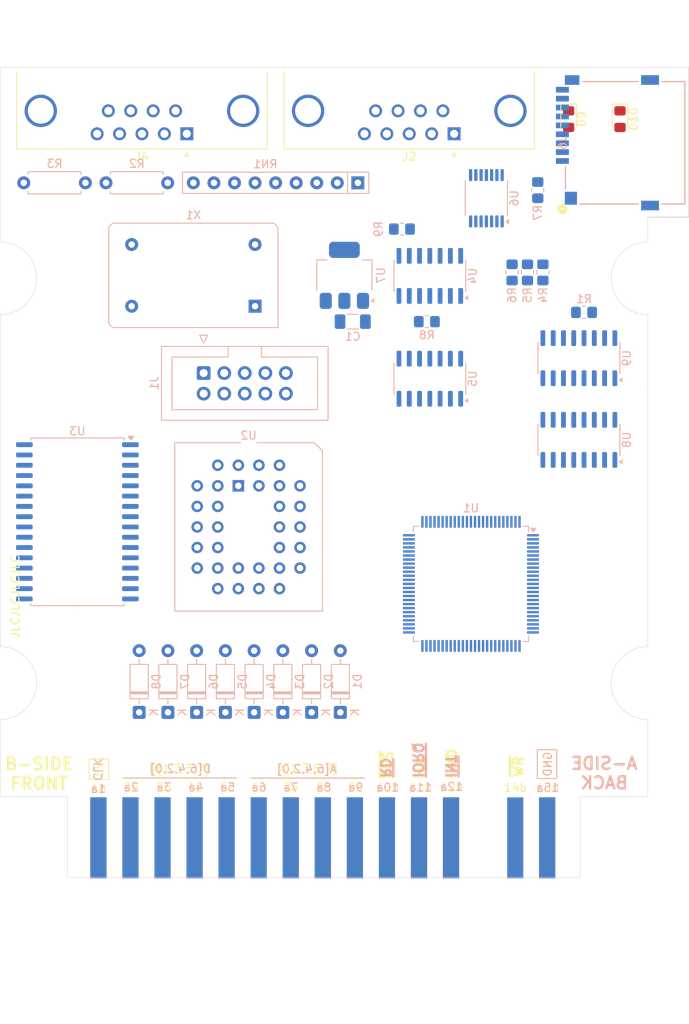
<source format=kicad_pcb>
(kicad_pcb (version 20241229) (generator "pcbnew") (generator_version "9.0")
  (layers (0 "F.Cu" signal) (2 "B.Cu" signal) (13 "F.Paste" user) (15 "B.Paste" user) (5 "F.SilkS" user "F.Silkscreen") (7 "B.SilkS" user "B.Silkscreen") (1 "F.Mask" user) (3 "B.Mask" user) (25 "Edge.Cuts" user))
  (net 0 "")
  (net 1 "VCC")
  (net 2 "CA0")
  (net 3 "~{RES}")
  (net 4 "D0")
  (net 5 "GND")
  (net 6 "D3")
  (net 7 "D2")
  (net 8 "CA3")
  (net 9 "D1")
  (net 10 "CA1")
  (net 11 "CA2")
  (net 12 "CA4")
  (net 13 "D5")
  (net 14 "D7")
  (net 15 "D4")
  (net 16 "CA11")
  (net 17 "CA7")
  (net 18 "CA6")
  (net 19 "CA8")
  (net 20 "CA9")
  (net 21 "CA15")
  (net 22 "~{WR}")
  (net 23 "CA5")
  (net 24 "D6")
  (net 25 "CA10")
  (net 26 "CA12")
  (net 27 "CA13")
  (net 28 "~{RD}")
  (net 29 "CA14")
  (net 30 "~{CS}")
  (net 31 "A5")
  (net 32 "A7")
  (net 33 "~{IORQ}")
  (net 34 "A4")
  (net 35 "A2")
  (net 36 "A1")
  (net 37 "CLK")
  (net 38 "~{CLK}")
  (net 39 "~{SER_WR}")
  (net 40 "~{SER_RD}")
  (net 41 "ROM16")
  (net 42 "LED_SEL")
  (net 43 "A3")
  (net 44 "16MHz")
  (net 45 "MISO")
  (net 46 "MOSI")
  (net 47 "A6")
  (net 48 "A0")
  (net 49 "RAM16")
  (net 50 "+3V3")
  (net 51 "SCK_LLS")
  (net 52 "D0_LLS")
  (net 53 "DI_LLS")
  (net 54 "CS_LLS")
  (net 57 "JD0")
  (net 58 "JD1")
  (net 59 "JD2")
  (net 60 "JD3")
  (net 61 "JD4")
  (net 62 "JD5")
  (net 63 "JD6")
  (net 64 "JD7")
  (net 65 "Net-(D9-A)")
  (net 66 "Net-(D10-A)")
  (net 67 "TCK")
  (net 70 "TDI")
  (net 71 "TMS")
  (net 79 "Net-(R1-Pad2)")
  (net 80 "~{P2_RIGHT}")
  (net 81 "~{P2_FIRE}")
  (net 82 "Net-(R4-Pad2)")
  (net 83 "Net-(R5-Pad2)")
  (net 84 "Net-(R6-Pad2)")
  (net 85 "Net-(R7-Pad2)")
  (net 86 "Net-(U4A-Q)")
  (net 87 "Net-(U4B-Q)")
  (net 88 "~{P2_LEFT}")
  (net 89 "~{P1_FIRE}")
  (net 90 "~{P1_DOWN}")
  (net 91 "~{P1_UP}")
  (net 92 "~{P2_UP}")
  (net 93 "~{P2_DOWN}")
  (net 94 "~{P1_RIGHT}")
  (net 95 "~{P1_LEFT}")
  (net 98 "~{RAMCS}")
  (net 102 "~{ROMCS}")
  (footprint "components:p2000t_cartridge_edge" (layer "F.Cu") (at 61.71 115.824)
    (property "Reference" "J5")
    (property "Value" "P2000T Port 2")
    (pad "1a" smd rect (at -27.72 0) (size 2 10) (layers "F.Cu" "F.Mask" "F.Paste"))
    (pad "1b" smd rect (at -27.72 0) (size 2 10) (layers "B.Cu" "B.Mask" "B.Paste") (net 1 "VCC"))
    (pad "2a" smd rect (at -23.76 0) (size 2 10) (layers "F.Cu" "F.Mask" "F.Paste") (net 4 "D0"))
    (pad "2b" smd rect (at -23.76 0) (size 2 10) (layers "B.Cu" "B.Mask" "B.Paste") (net 9 "D1"))
    (pad "3a" smd rect (at -19.8 0) (size 2 10) (layers "F.Cu" "F.Mask" "F.Paste") (net 7 "D2"))
    (pad "3b" smd rect (at -19.8 0) (size 2 10) (layers "B.Cu" "B.Mask" "B.Paste") (net 6 "D3"))
    (pad "4a" smd rect (at -15.84 0) (size 2 10) (layers "F.Cu" "F.Mask" "F.Paste") (net 15 "D4"))
    (pad "4b" smd rect (at -15.84 0) (size 2 10) (layers "B.Cu" "B.Mask" "B.Paste") (net 13 "D5"))
    (pad "5a" smd rect (at -11.88 0) (size 2 10) (layers "F.Cu" "F.Mask" "F.Paste") (net 24 "D6"))
    (pad "5b" smd rect (at -11.88 0) (size 2 10) (layers "B.Cu" "B.Mask" "B.Paste") (net 14 "D7"))
    (pad "6a" smd rect (at -7.92 0) (size 2 10) (layers "F.Cu" "F.Mask" "F.Paste") (net 48 "A0"))
    (pad "6b" smd rect (at -7.92 0) (size 2 10) (layers "B.Cu" "B.Mask" "B.Paste") (net 36 "A1"))
    (pad "7a" smd rect (at -3.96 0) (size 2 10) (layers "F.Cu" "F.Mask" "F.Paste") (net 35 "A2"))
    (pad "7b" smd rect (at -3.96 0) (size 2 10) (layers "B.Cu" "B.Mask" "B.Paste") (net 43 "A3"))
    (pad "8a" smd rect (at 0 0) (size 2 10) (layers "F.Cu" "F.Mask" "F.Paste") (net 34 "A4"))
    (pad "8b" smd rect (at 0 0) (size 2 10) (layers "B.Cu" "B.Mask" "B.Paste") (net 31 "A5"))
    (pad "9a" smd rect (at 3.96 0) (size 2 10) (layers "F.Cu" "F.Mask" "F.Paste") (net 47 "A6"))
    (pad "9b" smd rect (at 3.96 0) (size 2 10) (layers "B.Cu" "B.Mask" "B.Paste") (net 32 "A7"))
    (pad "10a" smd rect (at 7.92 0) (size 2 10) (layers "F.Cu" "F.Mask" "F.Paste") (net 28 "~{RD}"))
    (pad "10b" smd rect (at 7.92 0) (size 2 10) (layers "B.Cu" "B.Mask" "B.Paste") (net 3 "~{RES}"))
    (pad "11a" smd rect (at 11.88 0) (size 2 10) (layers "F.Cu" "F.Mask" "F.Paste") (net 33 "~{IORQ}"))
    (pad "11b" smd rect (at 11.88 0) (size 2 10) (layers "B.Cu" "B.Mask" "B.Paste"))
    (pad "12a" smd rect (at 15.84 0) (size 2 10) (layers "F.Cu" "F.Mask" "F.Paste"))
    (pad "12b" smd rect (at 15.84 0) (size 2 10) (layers "B.Cu" "B.Mask" "B.Paste") (net 5 "GND"))
    (pad "14b" smd rect (at 23.7744 0) (size 2 10) (layers "B.Cu" "B.Mask" "B.Paste") (net 22 "~{WR}"))
    (pad "15a" smd rect (at 27.72 0) (size 2 10) (layers "F.Cu" "F.Mask" "F.Paste") (net 5 "GND"))
    (pad "15b" smd rect (at 27.72 0) (size 2 10) (layers "B.Cu" "B.Mask" "B.Paste") (net 5 "GND"))
  )
  (footprint "LED_SMD:LED_0805_2012Metric_Pad1.15x1.40mm_HandSolder" (layer "F.Cu") (at 98.425 27.06 -90)
    (property "Reference" "D10" (at 0 -1.65 90) (layer "F.SilkS"))
    (property "Value" "WRITE")
    (pad "1" smd roundrect (at -1.025 0 270) (size 1.15 1.4) (layers "F.Cu" "F.Mask" "F.Paste") (roundrect_rratio 0.217391) (net 5 "GND"))
    (pad "2" smd roundrect (at 1.025 0 270) (size 1.15 1.4) (layers "F.Cu" "F.Mask" "F.Paste") (roundrect_rratio 0.217391) (net 66 "Net-(D10-A)"))
  )
  (footprint "Connector_Dsub:DSUB-9_Pins_Horizontal_P2.77x2.84mm_EdgePinOffset4.94mm_Housed_MountingHolesOffset4.94mm" (layer "F.Cu") (at 44.91 28.875 180)
    (property "Reference" "J4" (at 5.54 -2.8 0) (layer "F.SilkS"))
    (property "Value" "PLAYER2")
    (pad "0" thru_hole circle (at -6.96 2.84 180) (size 4 4) (drill 3.2) (layers "*.Cu" "*.Mask"))
    (pad "0" thru_hole circle (at 18.04 2.84 180) (size 4 4) (drill 3.2) (layers "*.Cu" "*.Mask"))
    (pad "1" thru_hole rect (at 0 0 180) (size 1.6 1.6) (drill 1) (layers "*.Cu" "*.Mask") (net 92 "~{P2_UP}"))
    (pad "2" thru_hole circle (at 2.77 0 180) (size 1.6 1.6) (drill 1) (layers "*.Cu" "*.Mask") (net 93 "~{P2_DOWN}"))
    (pad "3" thru_hole circle (at 5.54 0 180) (size 1.6 1.6) (drill 1) (layers "*.Cu" "*.Mask") (net 88 "~{P2_LEFT}"))
    (pad "4" thru_hole circle (at 8.31 0 180) (size 1.6 1.6) (drill 1) (layers "*.Cu" "*.Mask") (net 80 "~{P2_RIGHT}"))
    (pad "5" thru_hole circle (at 11.08 0 180) (size 1.6 1.6) (drill 1) (layers "*.Cu" "*.Mask") (net 1 "VCC"))
    (pad "6" thru_hole circle (at 1.385 2.84 180) (size 1.6 1.6) (drill 1) (layers "*.Cu" "*.Mask") (net 81 "~{P2_FIRE}"))
    (pad "7" thru_hole circle (at 4.155 2.84 180) (size 1.6 1.6) (drill 1) (layers "*.Cu" "*.Mask"))
    (pad "8" thru_hole circle (at 6.925 2.84 180) (size 1.6 1.6) (drill 1) (layers "*.Cu" "*.Mask") (net 5 "GND"))
    (pad "9" thru_hole circle (at 9.695 2.84 180) (size 1.6 1.6) (drill 1) (layers "*.Cu" "*.Mask") (net 5 "GND"))
  )
  (footprint "Connector_Dsub:DSUB-9_Pins_Horizontal_P2.77x2.84mm_EdgePinOffset4.94mm_Housed_MountingHolesOffset4.94mm" (layer "F.Cu") (at 77.93 28.875 180)
    (property "Reference" "J2" (at 5.54 -2.8 0) (layer "F.SilkS"))
    (property "Value" "PLAYER1")
    (pad "0" thru_hole circle (at -6.96 2.84 180) (size 4 4) (drill 3.2) (layers "*.Cu" "*.Mask"))
    (pad "0" thru_hole circle (at 18.04 2.84 180) (size 4 4) (drill 3.2) (layers "*.Cu" "*.Mask"))
    (pad "1" thru_hole rect (at 0 0 180) (size 1.6 1.6) (drill 1) (layers "*.Cu" "*.Mask") (net 91 "~{P1_UP}"))
    (pad "2" thru_hole circle (at 2.77 0 180) (size 1.6 1.6) (drill 1) (layers "*.Cu" "*.Mask") (net 90 "~{P1_DOWN}"))
    (pad "3" thru_hole circle (at 5.54 0 180) (size 1.6 1.6) (drill 1) (layers "*.Cu" "*.Mask") (net 95 "~{P1_LEFT}"))
    (pad "4" thru_hole circle (at 8.31 0 180) (size 1.6 1.6) (drill 1) (layers "*.Cu" "*.Mask") (net 94 "~{P1_RIGHT}"))
    (pad "5" thru_hole circle (at 11.08 0 180) (size 1.6 1.6) (drill 1) (layers "*.Cu" "*.Mask") (net 1 "VCC"))
    (pad "6" thru_hole circle (at 1.385 2.84 180) (size 1.6 1.6) (drill 1) (layers "*.Cu" "*.Mask") (net 89 "~{P1_FIRE}"))
    (pad "7" thru_hole circle (at 4.155 2.84 180) (size 1.6 1.6) (drill 1) (layers "*.Cu" "*.Mask"))
    (pad "8" thru_hole circle (at 6.925 2.84 180) (size 1.6 1.6) (drill 1) (layers "*.Cu" "*.Mask") (net 5 "GND"))
    (pad "9" thru_hole circle (at 9.695 2.84 180) (size 1.6 1.6) (drill 1) (layers "*.Cu" "*.Mask") (net 5 "GND"))
  )
  (footprint "LED_SMD:LED_0805_2012Metric_Pad1.15x1.40mm_HandSolder" (layer "F.Cu") (at 92.075 27.06 -90)
    (property "Reference" "D9" (at 0 -1.65 90) (layer "F.SilkS"))
    (property "Value" "READ")
    (pad "1" smd roundrect (at -1.025 0 270) (size 1.15 1.4) (layers "F.Cu" "F.Mask" "F.Paste") (roundrect_rratio 0.217391) (net 5 "GND"))
    (pad "2" smd roundrect (at 1.025 0 270) (size 1.15 1.4) (layers "F.Cu" "F.Mask" "F.Paste") (roundrect_rratio 0.217391) (net 65 "Net-(D9-A)"))
  )
  (footprint "Diode_THT:D_DO-35_SOD27_P7.62mm_Horizontal" (layer "B.Cu") (at 56.775 100.33 90)
    (property "Reference" "D3" (at 3.81 2.12 90) (layer "B.SilkS") (effects (justify mirror)))
    (property "Value" "1N4148")
    (fp_text user "K" (at 0 1.8 90) (layer "B.SilkS") (effects (justify mirror)))
    (pad "1" thru_hole roundrect (at 0 0 90) (size 1.6 1.6) (drill 0.8) (layers "*.Cu" "*.Mask") (roundrect_rratio 0.15625) (net 59 "JD2"))
    (pad "2" thru_hole circle (at 7.62 0 90) (size 1.6 1.6) (drill 0.8) (layers "*.Cu" "*.Mask") (net 7 "D2"))
  )
  (footprint "Resistor_SMD:R_0805_2012Metric_Pad1.20x1.40mm_HandSolder" (layer "B.Cu") (at 93.98 50.93 180)
    (property "Reference" "R1" (at 0 1.65 0) (layer "B.SilkS") (effects (justify mirror)))
    (property "Value" "10k")
    (pad "1" smd roundrect (at -1 0 180) (size 1.2 1.4) (layers "B.Cu" "B.Mask" "B.Paste") (roundrect_rratio 0.208333) (net 45 "MISO"))
    (pad "2" smd roundrect (at 1 0 180) (size 1.2 1.4) (layers "B.Cu" "B.Mask" "B.Paste") (roundrect_rratio 0.208333) (net 79 "Net-(R1-Pad2)"))
  )
  (footprint "Oscillator:Oscillator_DIP-14" (layer "B.Cu") (at 53.34 50.165 180)
    (property "Reference" "X1" (at 7.62 11.26 0) (layer "B.SilkS") (effects (justify mirror)))
    (property "Value" "16MHz")
    (pad "1" thru_hole rect (at 0 0 180) (size 1.6 1.6) (drill 0.8) (layers "*.Cu" "*.Mask"))
    (pad "7" thru_hole circle (at 15.24 0 180) (size 1.6 1.6) (drill 0.8) (layers "*.Cu" "*.Mask") (net 5 "GND"))
    (pad "8" thru_hole circle (at 15.24 7.62 180) (size 1.6 1.6) (drill 0.8) (layers "*.Cu" "*.Mask") (net 44 "16MHz"))
    (pad "14" thru_hole circle (at 0 7.62 180) (size 1.6 1.6) (drill 0.8) (layers "*.Cu" "*.Mask") (net 1 "VCC"))
  )
  (footprint "Resistor_SMD:R_0805_2012Metric_Pad1.20x1.40mm_HandSolder" (layer "B.Cu") (at 88.9 45.99 90)
    (property "Reference" "R4" (at -2.81 0 90) (layer "B.SilkS") (effects (justify mirror)))
    (property "Value" "3.3k")
    (pad "1" smd roundrect (at -1 0 90) (size 1.2 1.4) (layers "B.Cu" "B.Mask" "B.Paste") (roundrect_rratio 0.208333) (net 46 "MOSI"))
    (pad "2" smd roundrect (at 1 0 90) (size 1.2 1.4) (layers "B.Cu" "B.Mask" "B.Paste") (roundrect_rratio 0.208333) (net 82 "Net-(R4-Pad2)"))
  )
  (footprint "Diode_THT:D_DO-35_SOD27_P7.62mm_Horizontal" (layer "B.Cu") (at 60.325 100.33 90)
    (property "Reference" "D2" (at 3.81 2.12 90) (layer "B.SilkS") (effects (justify mirror)))
    (property "Value" "1N4148")
    (fp_text user "K" (at 0 1.8 90) (layer "B.SilkS") (effects (justify mirror)))
    (pad "1" thru_hole roundrect (at 0 0 90) (size 1.6 1.6) (drill 0.8) (layers "*.Cu" "*.Mask") (roundrect_rratio 0.15625) (net 58 "JD1"))
    (pad "2" thru_hole circle (at 7.62 0 90) (size 1.6 1.6) (drill 0.8) (layers "*.Cu" "*.Mask") (net 9 "D1"))
  )
  (footprint "Resistor_THT:R_Axial_DIN0207_L6.3mm_D2.5mm_P7.62mm_Horizontal" (layer "B.Cu") (at 42.545 34.925 180)
    (property "Reference" "R2" (at 3.81 2.37 0) (layer "B.SilkS") (effects (justify mirror)))
    (property "Value" "1k")
    (pad "1" thru_hole circle (at 0 0 180) (size 1.6 1.6) (drill 0.8) (layers "*.Cu" "*.Mask") (net 1 "VCC"))
    (pad "2" thru_hole circle (at 7.62 0 180) (size 1.6 1.6) (drill 0.8) (layers "*.Cu" "*.Mask") (net 80 "~{P2_RIGHT}"))
  )
  (footprint "Resistor_SMD:R_0805_2012Metric_Pad1.20x1.40mm_HandSolder" (layer "B.Cu") (at 74.565 52.07)
    (property "Reference" "R8" (at 0 1.65 0) (layer "B.SilkS") (effects (justify mirror)))
    (property "Value" "180")
    (pad "1" smd roundrect (at -1 0) (size 1.2 1.4) (layers "B.Cu" "B.Mask" "B.Paste") (roundrect_rratio 0.208333) (net 86 "Net-(U4A-Q)"))
    (pad "2" smd roundrect (at 1 0) (size 1.2 1.4) (layers "B.Cu" "B.Mask" "B.Paste") (roundrect_rratio 0.208333) (net 65 "Net-(D9-A)"))
  )
  (footprint "Diode_THT:D_DO-35_SOD27_P7.62mm_Horizontal" (layer "B.Cu") (at 63.875 100.33 90)
    (property "Reference" "D1" (at 3.81 2.12 90) (layer "B.SilkS") (effects (justify mirror)))
    (property "Value" "1N4148")
    (fp_text user "K" (at 0 1.8 90) (layer "B.SilkS") (effects (justify mirror)))
    (pad "1" thru_hole roundrect (at 0 0 90) (size 1.6 1.6) (drill 0.8) (layers "*.Cu" "*.Mask") (roundrect_rratio 0.15625) (net 57 "JD0"))
    (pad "2" thru_hole circle (at 7.62 0 90) (size 1.6 1.6) (drill 0.8) (layers "*.Cu" "*.Mask") (net 4 "D0"))
  )
  (footprint "Connector_IDC:IDC-Header_2x05_P2.54mm_Vertical" (layer "B.Cu") (at 46.99 58.42 -90)
    (property "Reference" "J1" (at 1.27 6.1 90) (layer "B.SilkS") (effects (justify mirror)))
    (property "Value" "Atmel-JTAG-10")
    (pad "1" thru_hole roundrect (at 0 0 270) (size 1.7 1.7) (drill 1) (layers "*.Cu" "*.Mask") (roundrect_rratio 0.147059) (net 67 "TCK"))
    (pad "2" thru_hole circle (at 2.54 0 270) (size 1.7 1.7) (drill 1) (layers "*.Cu" "*.Mask") (net 5 "GND"))
    (pad "3" thru_hole circle (at 0 -2.54 270) (size 1.7 1.7) (drill 1) (layers "*.Cu" "*.Mask") (net 64 "JD7"))
    (pad "4" thru_hole circle (at 2.54 -2.54 270) (size 1.7 1.7) (drill 1) (layers "*.Cu" "*.Mask") (net 1 "VCC"))
    (pad "5" thru_hole circle (at 0 -5.08 270) (size 1.7 1.7) (drill 1) (layers "*.Cu" "*.Mask") (net 71 "TMS"))
    (pad "6" thru_hole circle (at 2.54 -5.08 270) (size 1.7 1.7) (drill 1) (layers "*.Cu" "*.Mask"))
    (pad "7" thru_hole circle (at 0 -7.62 270) (size 1.7 1.7) (drill 1) (layers "*.Cu" "*.Mask"))
    (pad "8" thru_hole circle (at 2.54 -7.62 270) (size 1.7 1.7) (drill 1) (layers "*.Cu" "*.Mask"))
    (pad "9" thru_hole circle (at 0 -10.16 270) (size 1.7 1.7) (drill 1) (layers "*.Cu" "*.Mask") (net 70 "TDI"))
    (pad "10" thru_hole circle (at 2.54 -10.16 270) (size 1.7 1.7) (drill 1) (layers "*.Cu" "*.Mask") (net 5 "GND"))
  )
  (footprint "Diode_THT:D_DO-35_SOD27_P7.62mm_Horizontal" (layer "B.Cu") (at 46.125 100.33 90)
    (property "Reference" "D6" (at 3.81 2.12 90) (layer "B.SilkS") (effects (justify mirror)))
    (property "Value" "1N4148")
    (fp_text user "K" (at 0 1.8 90) (layer "B.SilkS") (effects (justify mirror)))
    (pad "1" thru_hole roundrect (at 0 0 90) (size 1.6 1.6) (drill 0.8) (layers "*.Cu" "*.Mask") (roundrect_rratio 0.15625) (net 62 "JD5"))
    (pad "2" thru_hole circle (at 7.62 0 90) (size 1.6 1.6) (drill 0.8) (layers "*.Cu" "*.Mask") (net 13 "D5"))
  )
  (footprint "Package_SO:SO-14_3.9x8.65mm_P1.27mm" (layer "B.Cu") (at 74.93 46.42 90)
    (property "Reference" "U4" (at 0 5.28 90) (layer "B.SilkS") (effects (justify mirror)))
    (property "Value" "74HC74")
    (pad "1" smd roundrect (at -2.475 3.81 90) (size 1.95 0.6) (layers "B.Cu" "B.Mask" "B.Paste") (net 3 "~{RES}"))
    (pad "2" smd roundrect (at -2.475 2.54 90) (size 1.95 0.6) (layers "B.Cu" "B.Mask" "B.Paste") (net 4 "D0"))
    (pad "3" smd roundrect (at -2.475 1.27 90) (size 1.95 0.6) (layers "B.Cu" "B.Mask" "B.Paste") (net 42 "LED_SEL"))
    (pad "4" smd roundrect (at -2.475 0 90) (size 1.95 0.6) (layers "B.Cu" "B.Mask" "B.Paste") (net 1 "VCC"))
    (pad "5" smd roundrect (at -2.475 -1.27 90) (size 1.95 0.6) (layers "B.Cu" "B.Mask" "B.Paste") (net 86 "Net-(U4A-Q)"))
    (pad "6" smd roundrect (at -2.475 -2.54 90) (size 1.95 0.6) (layers "B.Cu" "B.Mask" "B.Paste"))
    (pad "7" smd roundrect (at -2.475 -3.81 90) (size 1.95 0.6) (layers "B.Cu" "B.Mask" "B.Paste") (net 5 "GND"))
    (pad "8" smd roundrect (at 2.475 -3.81 90) (size 1.95 0.6) (layers "B.Cu" "B.Mask" "B.Paste"))
    (pad "9" smd roundrect (at 2.475 -2.54 90) (size 1.95 0.6) (layers "B.Cu" "B.Mask" "B.Paste") (net 87 "Net-(U4B-Q)"))
    (pad "10" smd roundrect (at 2.475 -1.27 90) (size 1.95 0.6) (layers "B.Cu" "B.Mask" "B.Paste") (net 1 "VCC"))
    (pad "11" smd roundrect (at 2.475 0 90) (size 1.95 0.6) (layers "B.Cu" "B.Mask" "B.Paste") (net 42 "LED_SEL"))
    (pad "12" smd roundrect (at 2.475 1.27 90) (size 1.95 0.6) (layers "B.Cu" "B.Mask" "B.Paste") (net 9 "D1"))
    (pad "13" smd roundrect (at 2.475 2.54 90) (size 1.95 0.6) (layers "B.Cu" "B.Mask" "B.Paste") (net 3 "~{RES}"))
    (pad "14" smd roundrect (at 2.475 3.81 90) (size 1.95 0.6) (layers "B.Cu" "B.Mask" "B.Paste") (net 1 "VCC"))
  )
  (footprint "Package_LCC:PLCC-32_THT-Socket" (layer "B.Cu") (at 51.276 72.3475 180)
    (property "Reference" "U2" (at -1.27 6.22 0) (layer "B.SilkS") (effects (justify mirror)))
    (property "Value" "SST39SF010")
    (pad "1" thru_hole rect (at 0 0 180) (size 1.4224 1.4224) (drill 0.8) (layers "*.Cu" "*.Mask") (net 5 "GND"))
    (pad "2" thru_hole circle (at -2.54 2.54 180) (size 1.4224 1.4224) (drill 0.8) (layers "*.Cu" "*.Mask") (net 41 "ROM16"))
    (pad "3" thru_hole circle (at -2.54 0 180) (size 1.4224 1.4224) (drill 0.8) (layers "*.Cu" "*.Mask") (net 21 "CA15"))
    (pad "4" thru_hole circle (at -5.08 2.54 180) (size 1.4224 1.4224) (drill 0.8) (layers "*.Cu" "*.Mask") (net 26 "CA12"))
    (pad "5" thru_hole circle (at -7.62 0 180) (size 1.4224 1.4224) (drill 0.8) (layers "*.Cu" "*.Mask") (net 17 "CA7"))
    (pad "6" thru_hole circle (at -5.08 0 180) (size 1.4224 1.4224) (drill 0.8) (layers "*.Cu" "*.Mask") (net 18 "CA6"))
    (pad "7" thru_hole circle (at -7.62 -2.54 180) (size 1.4224 1.4224) (drill 0.8) (layers "*.Cu" "*.Mask") (net 23 "CA5"))
    (pad "8" thru_hole circle (at -5.08 -2.54 180) (size 1.4224 1.4224) (drill 0.8) (layers "*.Cu" "*.Mask") (net 12 "CA4"))
    (pad "9" thru_hole circle (at -7.62 -5.08 180) (size 1.4224 1.4224) (drill 0.8) (layers "*.Cu" "*.Mask") (net 8 "CA3"))
    (pad "10" thru_hole circle (at -5.08 -5.08 180) (size 1.4224 1.4224) (drill 0.8) (layers "*.Cu" "*.Mask") (net 11 "CA2"))
    (pad "11" thru_hole circle (at -7.62 -7.62 180) (size 1.4224 1.4224) (drill 0.8) (layers "*.Cu" "*.Mask") (net 10 "CA1"))
    (pad "12" thru_hole circle (at -5.08 -7.62 180) (size 1.4224 1.4224) (drill 0.8) (layers "*.Cu" "*.Mask") (net 2 "CA0"))
    (pad "13" thru_hole circle (at -7.62 -10.16 180) (size 1.4224 1.4224) (drill 0.8) (layers "*.Cu" "*.Mask") (net 4 "D0"))
    (pad "14" thru_hole circle (at -5.08 -12.7 180) (size 1.4224 1.4224) (drill 0.8) (layers "*.Cu" "*.Mask") (net 9 "D1"))
    (pad "15" thru_hole circle (at -5.08 -10.16 180) (size 1.4224 1.4224) (drill 0.8) (layers "*.Cu" "*.Mask") (net 7 "D2"))
    (pad "16" thru_hole circle (at -2.54 -12.7 180) (size 1.4224 1.4224) (drill 0.8) (layers "*.Cu" "*.Mask") (net 5 "GND"))
    (pad "17" thru_hole circle (at -2.54 -10.16 180) (size 1.4224 1.4224) (drill 0.8) (layers "*.Cu" "*.Mask") (net 6 "D3"))
    (pad "18" thru_hole circle (at 0 -12.7 180) (size 1.4224 1.4224) (drill 0.8) (layers "*.Cu" "*.Mask") (net 15 "D4"))
    (pad "19" thru_hole circle (at 0 -10.16 180) (size 1.4224 1.4224) (drill 0.8) (layers "*.Cu" "*.Mask") (net 13 "D5"))
    (pad "20" thru_hole circle (at 2.54 -12.7 180) (size 1.4224 1.4224) (drill 0.8) (layers "*.Cu" "*.Mask") (net 24 "D6"))
    (pad "21" thru_hole circle (at 5.08 -10.16 180) (size 1.4224 1.4224) (drill 0.8) (layers "*.Cu" "*.Mask") (net 14 "D7"))
    (pad "22" thru_hole circle (at 2.54 -10.16 180) (size 1.4224 1.4224) (drill 0.8) (layers "*.Cu" "*.Mask") (net 102 "~{ROMCS}"))
    (pad "23" thru_hole circle (at 5.08 -7.62 180) (size 1.4224 1.4224) (drill 0.8) (layers "*.Cu" "*.Mask") (net 25 "CA10"))
    (pad "24" thru_hole circle (at 2.54 -7.62 180) (size 1.4224 1.4224) (drill 0.8) (layers "*.Cu" "*.Mask") (net 28 "~{RD}"))
    (pad "25" thru_hole circle (at 5.08 -5.08 180) (size 1.4224 1.4224) (drill 0.8) (layers "*.Cu" "*.Mask") (net 16 "CA11"))
    (pad "26" thru_hole circle (at 2.54 -5.08 180) (size 1.4224 1.4224) (drill 0.8) (layers "*.Cu" "*.Mask") (net 20 "CA9"))
    (pad "27" thru_hole circle (at 5.08 -2.54 180) (size 1.4224 1.4224) (drill 0.8) (layers "*.Cu" "*.Mask") (net 19 "CA8"))
    (pad "28" thru_hole circle (at 2.54 -2.54 180) (size 1.4224 1.4224) (drill 0.8) (layers "*.Cu" "*.Mask") (net 27 "CA13"))
    (pad "29" thru_hole circle (at 5.08 0 180) (size 1.4224 1.4224) (drill 0.8) (layers "*.Cu" "*.Mask") (net 29 "CA14"))
    (pad "30" thru_hole circle (at 2.54 2.54 180) (size 1.4224 1.4224) (drill 0.8) (layers "*.Cu" "*.Mask") (net 5 "GND"))
    (pad "31" thru_hole circle (at 2.54 0 180) (size 1.4224 1.4224) (drill 0.8) (layers "*.Cu" "*.Mask") (net 22 "~{WR}"))
    (pad "32" thru_hole circle (at 0 2.54 180) (size 1.4224 1.4224) (drill 0.8) (layers "*.Cu" "*.Mask") (net 1 "VCC"))
  )
  (footprint "Resistor_SMD:R_0805_2012Metric_Pad1.20x1.40mm_HandSolder" (layer "B.Cu") (at 71.485 40.64)
    (property "Reference" "R9" (at -2.905 0 90) (layer "B.SilkS") (effects (justify mirror)))
    (property "Value" "560")
    (pad "1" smd roundrect (at -1 0) (size 1.2 1.4) (layers "B.Cu" "B.Mask" "B.Paste") (roundrect_rratio 0.208333) (net 87 "Net-(U4B-Q)"))
    (pad "2" smd roundrect (at 1 0) (size 1.2 1.4) (layers "B.Cu" "B.Mask" "B.Paste") (roundrect_rratio 0.208333) (net 66 "Net-(D10-A)"))
  )
  (footprint "Package_SO:SO-14_3.9x8.65mm_P1.27mm" (layer "B.Cu") (at 74.93 59.12 90)
    (property "Reference" "U5" (at 0 5.28 90) (layer "B.SilkS") (effects (justify mirror)))
    (property "Value" "74HC00")
    (pad "1" smd roundrect (at -2.475 3.81 90) (size 1.95 0.6) (layers "B.Cu" "B.Mask" "B.Paste") (net 37 "CLK"))
    (pad "2" smd roundrect (at -2.475 2.54 90) (size 1.95 0.6) (layers "B.Cu" "B.Mask" "B.Paste") (net 37 "CLK"))
    (pad "3" smd roundrect (at -2.475 1.27 90) (size 1.95 0.6) (layers "B.Cu" "B.Mask" "B.Paste") (net 38 "~{CLK}"))
    (pad "4" smd roundrect (at -2.475 0 90) (size 1.95 0.6) (layers "B.Cu" "B.Mask" "B.Paste"))
    (pad "5" smd roundrect (at -2.475 -1.27 90) (size 1.95 0.6) (layers "B.Cu" "B.Mask" "B.Paste"))
    (pad "6" smd roundrect (at -2.475 -2.54 90) (size 1.95 0.6) (layers "B.Cu" "B.Mask" "B.Paste"))
    (pad "7" smd roundrect (at -2.475 -3.81 90) (size 1.95 0.6) (layers "B.Cu" "B.Mask" "B.Paste") (net 5 "GND"))
    (pad "8" smd roundrect (at 2.475 -3.81 90) (size 1.95 0.6) (layers "B.Cu" "B.Mask" "B.Paste"))
    (pad "9" smd roundrect (at 2.475 -2.54 90) (size 1.95 0.6) (layers "B.Cu" "B.Mask" "B.Paste"))
    (pad "10" smd roundrect (at 2.475 -1.27 90) (size 1.95 0.6) (layers "B.Cu" "B.Mask" "B.Paste"))
    (pad "11" smd roundrect (at 2.475 0 90) (size 1.95 0.6) (layers "B.Cu" "B.Mask" "B.Paste"))
    (pad "12" smd roundrect (at 2.475 1.27 90) (size 1.95 0.6) (layers "B.Cu" "B.Mask" "B.Paste") (net 5 "GND"))
    (pad "13" smd roundrect (at 2.475 2.54 90) (size 1.95 0.6) (layers "B.Cu" "B.Mask" "B.Paste") (net 5 "GND"))
    (pad "14" smd roundrect (at 2.475 3.81 90) (size 1.95 0.6) (layers "B.Cu" "B.Mask" "B.Paste") (net 1 "VCC"))
  )
  (footprint "components:CONN9_MSD-1_CUD" (layer "B.Cu") (at 99.06 29.979916 -90)
    (property "Reference" "J6" (at 0 7.751699 90) (layer "B.SilkS") (effects (justify mirror)))
    (property "Value" "Micro_SD_Card_Det1")
    (pad "" np_thru_hole circle (at -4.950008 -3.248302 270) (size 0.9906 0.9906) (drill 0.9906) (layers "*.Cu" "*.Mask"))
    (pad "" np_thru_hole circle (at 3.049992 -3.248302 270) (size 0.9906 0.9906) (drill 0.9906) (layers "*.Cu" "*.Mask"))
    (pad "1" smd rect (at 2.249993 7.751699 270) (size 0.7112 1.6002) (layers "B.Cu" "B.Mask" "B.Paste"))
    (pad "2" smd rect (at 1.149992 7.751699 270) (size 0.7112 1.6002) (layers "B.Cu" "B.Mask" "B.Paste") (net 54 "CS_LLS"))
    (pad "3" smd rect (at 0.049992 7.751699 270) (size 0.7112 1.6002) (layers "B.Cu" "B.Mask" "B.Paste") (net 53 "DI_LLS"))
    (pad "4" smd rect (at -1.050009 7.751699 270) (size 0.7112 1.6002) (layers "B.Cu" "B.Mask" "B.Paste") (net 50 "+3V3"))
    (pad "5" smd rect (at -2.150009 7.751699 270) (size 0.7112 1.6002) (layers "B.Cu" "B.Mask" "B.Paste") (net 51 "SCK_LLS"))
    (pad "6" smd rect (at -3.250009 7.751699 270) (size 0.7112 1.6002) (layers "B.Cu" "B.Mask" "B.Paste") (net 5 "GND"))
    (pad "7" smd rect (at -4.35001 7.751699 270) (size 0.7112 1.6002) (layers "B.Cu" "B.Mask" "B.Paste") (net 52 "D0_LLS"))
    (pad "8" smd rect (at -5.45001 7.751699 270) (size 0.7112 1.6002) (layers "B.Cu" "B.Mask" "B.Paste"))
    (pad "10" smd rect (at -7.75 -3.076854 270) (size 1.1938 2.2098) (layers "B.Cu" "B.Mask" "B.Paste"))
    (pad "11" smd rect (at 7.75 -3.076854 270) (size 1.1938 2.2098) (layers "B.Cu" "B.Mask" "B.Paste"))
    (pad "12" smd rect (at -7.746902 6.550304 270) (size 1.1938 1.8) (layers "B.Cu" "B.Mask" "B.Paste"))
    (pad "13" smd rect (at 6.850084 6.700996 270) (size 1.6002 1.4986) (layers "B.Cu" "B.Mask" "B.Paste"))
    (pad "CD" smd rect (at -6.55001 7.751699 270) (size 0.7112 1.6002) (layers "B.Cu" "B.Mask" "B.Paste"))
  )
  (footprint "Diode_THT:D_DO-35_SOD27_P7.62mm_Horizontal" (layer "B.Cu") (at 39.025 100.33 90)
    (property "Reference" "D8" (at 3.81 2.12 90) (layer "B.SilkS") (effects (justify mirror)))
    (property "Value" "1N4148")
    (fp_text user "K" (at 0 1.8 90) (layer "B.SilkS") (effects (justify mirror)))
    (pad "1" thru_hole roundrect (at 0 0 90) (size 1.6 1.6) (drill 0.8) (layers "*.Cu" "*.Mask") (roundrect_rratio 0.15625) (net 64 "JD7"))
    (pad "2" thru_hole circle (at 7.62 0 90) (size 1.6 1.6) (drill 0.8) (layers "*.Cu" "*.Mask") (net 14 "D7"))
  )
  (footprint "Diode_THT:D_DO-35_SOD27_P7.62mm_Horizontal" (layer "B.Cu") (at 53.225 100.33 90)
    (property "Reference" "D4" (at 3.81 2.12 90) (layer "B.SilkS") (effects (justify mirror)))
    (property "Value" "1N4148")
    (fp_text user "K" (at 0 1.8 90) (layer "B.SilkS") (effects (justify mirror)))
    (pad "1" thru_hole roundrect (at 0 0 90) (size 1.6 1.6) (drill 0.8) (layers "*.Cu" "*.Mask") (roundrect_rratio 0.15625) (net 60 "JD3"))
    (pad "2" thru_hole circle (at 7.62 0 90) (size 1.6 1.6) (drill 0.8) (layers "*.Cu" "*.Mask") (net 6 "D3"))
  )
  (footprint "Resistor_SMD:R_0805_2012Metric_Pad1.20x1.40mm_HandSolder" (layer "B.Cu") (at 86.995 45.99 90)
    (property "Reference" "R5" (at -2.81 0 90) (layer "B.SilkS") (effects (justify mirror)))
    (property "Value" "3.3k")
    (pad "1" smd roundrect (at -1 0 90) (size 1.2 1.4) (layers "B.Cu" "B.Mask" "B.Paste") (roundrect_rratio 0.208333) (net 30 "~{CS}"))
    (pad "2" smd roundrect (at 1 0 90) (size 1.2 1.4) (layers "B.Cu" "B.Mask" "B.Paste") (roundrect_rratio 0.208333) (net 83 "Net-(R5-Pad2)"))
  )
  (footprint "Capacitor_SMD:C_1206_3216Metric_Pad1.33x1.80mm_HandSolder" (layer "B.Cu") (at 65.405 52.07)
    (property "Reference" "C1" (at 0 1.85 0) (layer "B.SilkS") (effects (justify mirror)))
    (property "Value" "100uF")
    (pad "1" smd roundrect (at -1.5625 0) (size 1.325 1.8) (layers "B.Cu" "B.Mask" "B.Paste") (roundrect_rratio 0.188679) (net 50 "+3V3"))
    (pad "2" smd roundrect (at 1.5625 0) (size 1.325 1.8) (layers "B.Cu" "B.Mask" "B.Paste") (roundrect_rratio 0.188679) (net 5 "GND"))
  )
  (footprint "Package_SO:SOIC-16_3.9x9.9mm_P1.27mm" (layer "B.Cu") (at 93.345 56.58 90)
    (property "Reference" "U9" (at 0 5.9 90) (layer "B.SilkS") (effects (justify mirror)))
    (property "Value" "74HC595")
    (pad "1" smd roundrect (at -2.475 4.445 90) (size 1.95 0.6) (layers "B.Cu" "B.Mask" "B.Paste") (net 9 "D1"))
    (pad "2" smd roundrect (at -2.475 3.175 90) (size 1.95 0.6) (layers "B.Cu" "B.Mask" "B.Paste") (net 7 "D2"))
    (pad "3" smd roundrect (at -2.475 1.905 90) (size 1.95 0.6) (layers "B.Cu" "B.Mask" "B.Paste") (net 6 "D3"))
    (pad "4" smd roundrect (at -2.475 0.635 90) (size 1.95 0.6) (layers "B.Cu" "B.Mask" "B.Paste") (net 15 "D4"))
    (pad "5" smd roundrect (at -2.475 -0.635 90) (size 1.95 0.6) (layers "B.Cu" "B.Mask" "B.Paste") (net 13 "D5"))
    (pad "6" smd roundrect (at -2.475 -1.905 90) (size 1.95 0.6) (layers "B.Cu" "B.Mask" "B.Paste") (net 24 "D6"))
    (pad "7" smd roundrect (at -2.475 -3.175 90) (size 1.95 0.6) (layers "B.Cu" "B.Mask" "B.Paste") (net 14 "D7"))
    (pad "8" smd roundrect (at -2.475 -4.445 90) (size 1.95 0.6) (layers "B.Cu" "B.Mask" "B.Paste") (net 5 "GND"))
    (pad "9" smd roundrect (at 2.475 -4.445 90) (size 1.95 0.6) (layers "B.Cu" "B.Mask" "B.Paste"))
    (pad "10" smd roundrect (at 2.475 -3.175 90) (size 1.95 0.6) (layers "B.Cu" "B.Mask" "B.Paste") (net 1 "VCC"))
    (pad "11" smd roundrect (at 2.475 -1.905 90) (size 1.95 0.6) (layers "B.Cu" "B.Mask" "B.Paste") (net 37 "CLK"))
    (pad "12" smd roundrect (at 2.475 -0.635 90) (size 1.95 0.6) (layers "B.Cu" "B.Mask" "B.Paste") (net 38 "~{CLK}"))
    (pad "13" smd roundrect (at 2.475 0.635 90) (size 1.95 0.6) (layers "B.Cu" "B.Mask" "B.Paste") (net 40 "~{SER_RD}"))
    (pad "14" smd roundrect (at 2.475 1.905 90) (size 1.95 0.6) (layers "B.Cu" "B.Mask" "B.Paste") (net 45 "MISO"))
    (pad "15" smd roundrect (at 2.475 3.175 90) (size 1.95 0.6) (layers "B.Cu" "B.Mask" "B.Paste") (net 4 "D0"))
    (pad "16" smd roundrect (at 2.475 4.445 90) (size 1.95 0.6) (layers "B.Cu" "B.Mask" "B.Paste") (net 1 "VCC"))
  )
  (footprint "Package_SO:SOIC-16_3.9x9.9mm_P1.27mm" (layer "B.Cu") (at 93.345 66.675 90)
    (property "Reference" "U8" (at 0 5.9 90) (layer "B.SilkS") (effects (justify mirror)))
    (property "Value" "74HC165")
    (pad "1" smd roundrect (at -2.475 4.445 90) (size 1.95 0.6) (layers "B.Cu" "B.Mask" "B.Paste") (net 39 "~{SER_WR}"))
    (pad "2" smd roundrect (at -2.475 3.175 90) (size 1.95 0.6) (layers "B.Cu" "B.Mask" "B.Paste") (net 38 "~{CLK}"))
    (pad "3" smd roundrect (at -2.475 1.905 90) (size 1.95 0.6) (layers "B.Cu" "B.Mask" "B.Paste") (net 15 "D4"))
    (pad "4" smd roundrect (at -2.475 0.635 90) (size 1.95 0.6) (layers "B.Cu" "B.Mask" "B.Paste") (net 13 "D5"))
    (pad "5" smd roundrect (at -2.475 -0.635 90) (size 1.95 0.6) (layers "B.Cu" "B.Mask" "B.Paste") (net 24 "D6"))
    (pad "6" smd roundrect (at -2.475 -1.905 90) (size 1.95 0.6) (layers "B.Cu" "B.Mask" "B.Paste") (net 14 "D7"))
    (pad "7" smd roundrect (at -2.475 -3.175 90) (size 1.95 0.6) (layers "B.Cu" "B.Mask" "B.Paste"))
    (pad "8" smd roundrect (at -2.475 -4.445 90) (size 1.95 0.6) (layers "B.Cu" "B.Mask" "B.Paste") (net 5 "GND"))
    (pad "9" smd roundrect (at 2.475 -4.445 90) (size 1.95 0.6) (layers "B.Cu" "B.Mask" "B.Paste") (net 46 "MOSI"))
    (pad "10" smd roundrect (at 2.475 -3.175 90) (size 1.95 0.6) (layers "B.Cu" "B.Mask" "B.Paste") (net 1 "VCC"))
    (pad "11" smd roundrect (at 2.475 -1.905 90) (size 1.95 0.6) (layers "B.Cu" "B.Mask" "B.Paste") (net 4 "D0"))
    (pad "12" smd roundrect (at 2.475 -0.635 90) (size 1.95 0.6) (layers "B.Cu" "B.Mask" "B.Paste") (net 9 "D1"))
    (pad "13" smd roundrect (at 2.475 0.635 90) (size 1.95 0.6) (layers "B.Cu" "B.Mask" "B.Paste") (net 7 "D2"))
    (pad "14" smd roundrect (at 2.475 1.905 90) (size 1.95 0.6) (layers "B.Cu" "B.Mask" "B.Paste") (net 6 "D3"))
    (pad "15" smd roundrect (at 2.475 3.175 90) (size 1.95 0.6) (layers "B.Cu" "B.Mask" "B.Paste") (net 5 "GND"))
    (pad "16" smd roundrect (at 2.475 4.445 90) (size 1.95 0.6) (layers "B.Cu" "B.Mask" "B.Paste") (net 1 "VCC"))
  )
  (footprint "Diode_THT:D_DO-35_SOD27_P7.62mm_Horizontal" (layer "B.Cu") (at 49.675 100.33 90)
    (property "Reference" "D5" (at 3.81 2.12 90) (layer "B.SilkS") (effects (justify mirror)))
    (property "Value" "1N4148")
    (fp_text user "K" (at 0 1.8 90) (layer "B.SilkS") (effects (justify mirror)))
    (pad "1" thru_hole roundrect (at 0 0 90) (size 1.6 1.6) (drill 0.8) (layers "*.Cu" "*.Mask") (roundrect_rratio 0.15625) (net 61 "JD4"))
    (pad "2" thru_hole circle (at 7.62 0 90) (size 1.6 1.6) (drill 0.8) (layers "*.Cu" "*.Mask") (net 15 "D4"))
  )
  (footprint "Diode_THT:D_DO-35_SOD27_P7.62mm_Horizontal" (layer "B.Cu") (at 42.575 100.33 90)
    (property "Reference" "D7" (at 3.81 2.12 90) (layer "B.SilkS") (effects (justify mirror)))
    (property "Value" "1N4148")
    (fp_text user "K" (at 0 1.8 90) (layer "B.SilkS") (effects (justify mirror)))
    (pad "1" thru_hole roundrect (at 0 0 90) (size 1.6 1.6) (drill 0.8) (layers "*.Cu" "*.Mask") (roundrect_rratio 0.15625) (net 63 "JD6"))
    (pad "2" thru_hole circle (at 7.62 0 90) (size 1.6 1.6) (drill 0.8) (layers "*.Cu" "*.Mask") (net 24 "D6"))
  )
  (footprint "Resistor_SMD:R_0805_2012Metric_Pad1.20x1.40mm_HandSolder" (layer "B.Cu") (at 88.265 35.83 90)
    (property "Reference" "R7" (at -2.81 0 90) (layer "B.SilkS") (effects (justify mirror)))
    (property "Value" "3.3k")
    (pad "1" smd roundrect (at -1 0 90) (size 1.2 1.4) (layers "B.Cu" "B.Mask" "B.Paste") (roundrect_rratio 0.208333) (net 52 "D0_LLS"))
    (pad "2" smd roundrect (at 1 0 90) (size 1.2 1.4) (layers "B.Cu" "B.Mask" "B.Paste") (roundrect_rratio 0.208333) (net 85 "Net-(R7-Pad2)"))
  )
  (footprint "Resistor_THT:R_Array_SIP9" (layer "B.Cu") (at 66.04 34.925 180)
    (property "Reference" "RN1" (at 11.43 2.31 0) (layer "B.SilkS") (effects (justify mirror)))
    (property "Value" "1k")
    (pad "1" thru_hole rect (at 0 0 180) (size 1.6 1.6) (drill 0.8) (layers "*.Cu" "*.Mask") (net 1 "VCC"))
    (pad "2" thru_hole circle (at 2.54 0 180) (size 1.6 1.6) (drill 0.8) (layers "*.Cu" "*.Mask") (net 91 "~{P1_UP}"))
    (pad "3" thru_hole circle (at 5.08 0 180) (size 1.6 1.6) (drill 0.8) (layers "*.Cu" "*.Mask") (net 90 "~{P1_DOWN}"))
    (pad "4" thru_hole circle (at 7.62 0 180) (size 1.6 1.6) (drill 0.8) (layers "*.Cu" "*.Mask") (net 95 "~{P1_LEFT}"))
    (pad "5" thru_hole circle (at 10.16 0 180) (size 1.6 1.6) (drill 0.8) (layers "*.Cu" "*.Mask") (net 94 "~{P1_RIGHT}"))
    (pad "6" thru_hole circle (at 12.7 0 180) (size 1.6 1.6) (drill 0.8) (layers "*.Cu" "*.Mask") (net 89 "~{P1_FIRE}"))
    (pad "7" thru_hole circle (at 15.24 0 180) (size 1.6 1.6) (drill 0.8) (layers "*.Cu" "*.Mask") (net 92 "~{P2_UP}"))
    (pad "8" thru_hole circle (at 17.78 0 180) (size 1.6 1.6) (drill 0.8) (layers "*.Cu" "*.Mask") (net 93 "~{P2_DOWN}"))
    (pad "9" thru_hole circle (at 20.32 0 180) (size 1.6 1.6) (drill 0.8) (layers "*.Cu" "*.Mask") (net 88 "~{P2_LEFT}"))
  )
  (footprint "Resistor_THT:R_Axial_DIN0207_L6.3mm_D2.5mm_P7.62mm_Horizontal" (layer "B.Cu") (at 32.385 34.925 180)
    (property "Reference" "R3" (at 3.81 2.37 0) (layer "B.SilkS") (effects (justify mirror)))
    (property "Value" "1k")
    (pad "1" thru_hole circle (at 0 0 180) (size 1.6 1.6) (drill 0.8) (layers "*.Cu" "*.Mask") (net 1 "VCC"))
    (pad "2" thru_hole circle (at 7.62 0 180) (size 1.6 1.6) (drill 0.8) (layers "*.Cu" "*.Mask") (net 81 "~{P2_FIRE}"))
  )
  (footprint "Resistor_SMD:R_0805_2012Metric_Pad1.20x1.40mm_HandSolder" (layer "B.Cu") (at 85.09 45.99 90)
    (property "Reference" "R6" (at -2.81 0 90) (layer "B.SilkS") (effects (justify mirror)))
    (property "Value" "3.3k")
    (pad "1" smd roundrect (at -1 0 90) (size 1.2 1.4) (layers "B.Cu" "B.Mask" "B.Paste") (roundrect_rratio 0.208333) (net 37 "CLK"))
    (pad "2" smd roundrect (at 1 0 90) (size 1.2 1.4) (layers "B.Cu" "B.Mask" "B.Paste") (roundrect_rratio 0.208333) (net 84 "Net-(R6-Pad2)"))
  )
  (footprint "Package_TO_SOT_SMD:SOT-223-3_TabPin2" (layer "B.Cu") (at 64.375 46.355 90)
    (property "Reference" "U7" (at 0 4.5 90) (layer "B.SilkS") (effects (justify mirror)))
    (property "Value" "AMS1117-3.3")
    (pad "1" smd roundrect (at -3.15 2.3 90) (size 2 1.5) (layers "B.Cu" "B.Mask" "B.Paste") (net 5 "GND"))
    (pad "2" smd roundrect (at -3.15 0 90) (size 2 1.5) (layers "B.Cu" "B.Mask" "B.Paste") (net 50 "+3V3"))
    (pad "2" smd roundrect (at 3.15 0 90) (size 2 3.8) (layers "B.Cu" "B.Mask" "B.Paste") (net 50 "+3V3"))
    (pad "3" smd roundrect (at -3.15 -2.3 90) (size 2 1.5) (layers "B.Cu" "B.Mask" "B.Paste") (net 1 "VCC"))
  )
  (footprint "Package_SO:TSSOP-14_4.4x5mm_P0.65mm" (layer "B.Cu") (at 81.915 36.83 90)
    (property "Reference" "U6" (at 0 3.45 90) (layer "B.SilkS") (effects (justify mirror)))
    (property "Value" "74LVC125")
    (pad "1" smd roundrect (at -2.8625 1.95 90) (size 1.475 0.4) (layers "B.Cu" "B.Mask" "B.Paste") (net 5 "GND"))
    (pad "2" smd roundrect (at -2.8625 1.3 90) (size 1.475 0.4) (layers "B.Cu" "B.Mask" "B.Paste") (net 82 "Net-(R4-Pad2)"))
    (pad "3" smd roundrect (at -2.8625 0.65 90) (size 1.475 0.4) (layers "B.Cu" "B.Mask" "B.Paste") (net 53 "DI_LLS"))
    (pad "4" smd roundrect (at -2.8625 0 90) (size 1.475 0.4) (layers "B.Cu" "B.Mask" "B.Paste") (net 5 "GND"))
    (pad "5" smd roundrect (at -2.8625 -0.65 90) (size 1.475 0.4) (layers "B.Cu" "B.Mask" "B.Paste") (net 84 "Net-(R6-Pad2)"))
    (pad "6" smd roundrect (at -2.8625 -1.3 90) (size 1.475 0.4) (layers "B.Cu" "B.Mask" "B.Paste") (net 51 "SCK_LLS"))
    (pad "7" smd roundrect (at -2.8625 -1.95 90) (size 1.475 0.4) (layers "B.Cu" "B.Mask" "B.Paste") (net 5 "GND"))
    (pad "8" smd roundrect (at 2.8625 -1.95 90) (size 1.475 0.4) (layers "B.Cu" "B.Mask" "B.Paste") (net 54 "CS_LLS"))
    (pad "9" smd roundrect (at 2.8625 -1.3 90) (size 1.475 0.4) (layers "B.Cu" "B.Mask" "B.Paste") (net 83 "Net-(R5-Pad2)"))
    (pad "10" smd roundrect (at 2.8625 -0.65 90) (size 1.475 0.4) (layers "B.Cu" "B.Mask" "B.Paste") (net 5 "GND"))
    (pad "11" smd roundrect (at 2.8625 0 90) (size 1.475 0.4) (layers "B.Cu" "B.Mask" "B.Paste") (net 45 "MISO"))
    (pad "12" smd roundrect (at 2.8625 0.65 90) (size 1.475 0.4) (layers "B.Cu" "B.Mask" "B.Paste") (net 85 "Net-(R7-Pad2)"))
    (pad "13" smd roundrect (at 2.8625 1.3 90) (size 1.475 0.4) (layers "B.Cu" "B.Mask" "B.Paste") (net 5 "GND"))
    (pad "14" smd roundrect (at 2.8625 1.95 90) (size 1.475 0.4) (layers "B.Cu" "B.Mask" "B.Paste") (net 50 "+3V3"))
  )
  (footprint "Package_QFP:TQFP-100_14x14mm_P0.5mm" (layer "B.Cu") (at 80.01 84.455 180)
    (property "Reference" "U1" (at 0 9.35 0) (layer "B.SilkS") (effects (justify mirror)))
    (property "Value" "~")
    (pad "1" smd roundrect (at -7.6625 6 180) (size 1.475 0.3) (layers "B.Cu" "B.Mask" "B.Paste"))
    (pad "2" smd roundrect (at -7.6625 5.5 180) (size 1.475 0.3) (layers "B.Cu" "B.Mask" "B.Paste"))
    (pad "3" smd roundrect (at -7.6625 5 180) (size 1.475 0.3) (layers "B.Cu" "B.Mask" "B.Paste") (net 1 "VCC"))
    (pad "4" smd roundrect (at -7.6625 4.5 180) (size 1.475 0.3) (layers "B.Cu" "B.Mask" "B.Paste") (net 70 "TDI"))
    (pad "5" smd roundrect (at -7.6625 4 180) (size 1.475 0.3) (layers "B.Cu" "B.Mask" "B.Paste"))
    (pad "6" smd roundrect (at -7.6625 3.5 180) (size 1.475 0.3) (layers "B.Cu" "B.Mask" "B.Paste") (net 63 "JD6"))
    (pad "7" smd roundrect (at -7.6625 3 180) (size 1.475 0.3) (layers "B.Cu" "B.Mask" "B.Paste"))
    (pad "8" smd roundrect (at -7.6625 2.5 180) (size 1.475 0.3) (layers "B.Cu" "B.Mask" "B.Paste") (net 79 "Net-(R1-Pad2)"))
    (pad "9" smd roundrect (at -7.6625 2 180) (size 1.475 0.3) (layers "B.Cu" "B.Mask" "B.Paste") (net 81 "~{P2_FIRE}"))
    (pad "10" smd roundrect (at -7.6625 1.5 180) (size 1.475 0.3) (layers "B.Cu" "B.Mask" "B.Paste") (net 80 "~{P2_RIGHT}"))
    (pad "11" smd roundrect (at -7.6625 1 180) (size 1.475 0.3) (layers "B.Cu" "B.Mask" "B.Paste") (net 5 "GND"))
    (pad "12" smd roundrect (at -7.6625 0.5 180) (size 1.475 0.3) (layers "B.Cu" "B.Mask" "B.Paste") (net 88 "~{P2_LEFT}"))
    (pad "13" smd roundrect (at -7.6625 0 180) (size 1.475 0.3) (layers "B.Cu" "B.Mask" "B.Paste") (net 93 "~{P2_DOWN}"))
    (pad "14" smd roundrect (at -7.6625 -0.5 180) (size 1.475 0.3) (layers "B.Cu" "B.Mask" "B.Paste") (net 92 "~{P2_UP}"))
    (pad "15" smd roundrect (at -7.6625 -1 180) (size 1.475 0.3) (layers "B.Cu" "B.Mask" "B.Paste") (net 71 "TMS"))
    (pad "16" smd roundrect (at -7.6625 -1.5 180) (size 1.475 0.3) (layers "B.Cu" "B.Mask" "B.Paste") (net 37 "CLK"))
    (pad "17" smd roundrect (at -7.6625 -2 180) (size 1.475 0.3) (layers "B.Cu" "B.Mask" "B.Paste") (net 42 "LED_SEL"))
    (pad "18" smd roundrect (at -7.6625 -2.5 180) (size 1.475 0.3) (layers "B.Cu" "B.Mask" "B.Paste") (net 1 "VCC"))
    (pad "19" smd roundrect (at -7.6625 -3 180) (size 1.475 0.3) (layers "B.Cu" "B.Mask" "B.Paste") (net 40 "~{SER_RD}"))
    (pad "20" smd roundrect (at -7.6625 -3.5 180) (size 1.475 0.3) (layers "B.Cu" "B.Mask" "B.Paste") (net 39 "~{SER_WR}"))
    (pad "21" smd roundrect (at -7.6625 -4 180) (size 1.475 0.3) (layers "B.Cu" "B.Mask" "B.Paste") (net 33 "~{IORQ}"))
    (pad "22" smd roundrect (at -7.6625 -4.5 180) (size 1.475 0.3) (layers "B.Cu" "B.Mask" "B.Paste"))
    (pad "23" smd roundrect (at -7.6625 -5 180) (size 1.475 0.3) (layers "B.Cu" "B.Mask" "B.Paste") (net 59 "JD2"))
    (pad "24" smd roundrect (at -7.6625 -5.5 180) (size 1.475 0.3) (layers "B.Cu" "B.Mask" "B.Paste"))
    (pad "25" smd roundrect (at -7.6625 -6 180) (size 1.475 0.3) (layers "B.Cu" "B.Mask" "B.Paste") (net 60 "JD3"))
    (pad "26" smd roundrect (at -6 -7.6625 180) (size 0.3 1.475) (layers "B.Cu" "B.Mask" "B.Paste") (net 5 "GND"))
    (pad "27" smd roundrect (at -5.5 -7.6625 180) (size 0.3 1.475) (layers "B.Cu" "B.Mask" "B.Paste"))
    (pad "28" smd roundrect (at -5 -7.6625 180) (size 0.3 1.475) (layers "B.Cu" "B.Mask" "B.Paste"))
    (pad "29" smd roundrect (at -4.5 -7.6625 180) (size 0.3 1.475) (layers "B.Cu" "B.Mask" "B.Paste") (net 48 "A0"))
    (pad "30" smd roundrect (at -4 -7.6625 180) (size 0.3 1.475) (layers "B.Cu" "B.Mask" "B.Paste") (net 36 "A1"))
    (pad "31" smd roundrect (at -3.5 -7.6625 180) (size 0.3 1.475) (layers "B.Cu" "B.Mask" "B.Paste") (net 35 "A2"))
    (pad "32" smd roundrect (at -3 -7.6625 180) (size 0.3 1.475) (layers "B.Cu" "B.Mask" "B.Paste") (net 43 "A3"))
    (pad "33" smd roundrect (at -2.5 -7.6625 180) (size 0.3 1.475) (layers "B.Cu" "B.Mask" "B.Paste") (net 34 "A4"))
    (pad "34" smd roundrect (at -2 -7.6625 180) (size 0.3 1.475) (layers "B.Cu" "B.Mask" "B.Paste") (net 1 "VCC"))
    (pad "35" smd roundrect (at -1.5 -7.6625 180) (size 0.3 1.475) (layers "B.Cu" "B.Mask" "B.Paste") (net 31 "A5"))
    (pad "36" smd roundrect (at -1 -7.6625 180) (size 0.3 1.475) (layers "B.Cu" "B.Mask" "B.Paste") (net 47 "A6"))
    (pad "37" smd roundrect (at -0.5 -7.6625 180) (size 0.3 1.475) (layers "B.Cu" "B.Mask" "B.Paste") (net 32 "A7"))
    (pad "38" smd roundrect (at 0 -7.6625 180) (size 0.3 1.475) (layers "B.Cu" "B.Mask" "B.Paste") (net 5 "GND"))
    (pad "39" smd roundrect (at 0.5 -7.6625 180) (size 0.3 1.475) (layers "B.Cu" "B.Mask" "B.Paste") (net 1 "VCC"))
    (pad "40" smd roundrect (at 1 -7.6625 180) (size 0.3 1.475) (layers "B.Cu" "B.Mask" "B.Paste") (net 4 "D0"))
    (pad "41" smd roundrect (at 1.5 -7.6625 180) (size 0.3 1.475) (layers "B.Cu" "B.Mask" "B.Paste") (net 9 "D1"))
    (pad "42" smd roundrect (at 2 -7.6625 180) (size 0.3 1.475) (layers "B.Cu" "B.Mask" "B.Paste") (net 7 "D2"))
    (pad "43" smd roundrect (at 2.5 -7.6625 180) (size 0.3 1.475) (layers "B.Cu" "B.Mask" "B.Paste") (net 5 "GND"))
    (pad "44" smd roundrect (at 3 -7.6625 180) (size 0.3 1.475) (layers "B.Cu" "B.Mask" "B.Paste") (net 6 "D3"))
    (pad "45" smd roundrect (at 3.5 -7.6625 180) (size 0.3 1.475) (layers "B.Cu" "B.Mask" "B.Paste") (net 15 "D4"))
    (pad "46" smd roundrect (at 4 -7.6625 180) (size 0.3 1.475) (layers "B.Cu" "B.Mask" "B.Paste") (net 13 "D5"))
    (pad "47" smd roundrect (at 4.5 -7.6625 180) (size 0.3 1.475) (layers "B.Cu" "B.Mask" "B.Paste") (net 24 "D6"))
    (pad "48" smd roundrect (at 5 -7.6625 180) (size 0.3 1.475) (layers "B.Cu" "B.Mask" "B.Paste") (net 14 "D7"))
    (pad "49" smd roundrect (at 5.5 -7.6625 180) (size 0.3 1.475) (layers "B.Cu" "B.Mask" "B.Paste"))
    (pad "50" smd roundrect (at 6 -7.6625 180) (size 0.3 1.475) (layers "B.Cu" "B.Mask" "B.Paste"))
    (pad "51" smd roundrect (at 7.6625 -6 180) (size 1.475 0.3) (layers "B.Cu" "B.Mask" "B.Paste") (net 1 "VCC"))
    (pad "52" smd roundrect (at 7.6625 -5.5 180) (size 1.475 0.3) (layers "B.Cu" "B.Mask" "B.Paste") (net 2 "CA0"))
    (pad "53" smd roundrect (at 7.6625 -5 180) (size 1.475 0.3) (layers "B.Cu" "B.Mask" "B.Paste"))
    (pad "54" smd roundrect (at 7.6625 -4.5 180) (size 1.475 0.3) (layers "B.Cu" "B.Mask" "B.Paste") (net 10 "CA1"))
    (pad "55" smd roundrect (at 7.6625 -4 180) (size 1.475 0.3) (layers "B.Cu" "B.Mask" "B.Paste"))
    (pad "56" smd roundrect (at 7.6625 -3.5 180) (size 1.475 0.3) (layers "B.Cu" "B.Mask" "B.Paste") (net 11 "CA2"))
    (pad "57" smd roundrect (at 7.6625 -3 180) (size 1.475 0.3) (layers "B.Cu" "B.Mask" "B.Paste") (net 8 "CA3"))
    (pad "58" smd roundrect (at 7.6625 -2.5 180) (size 1.475 0.3) (layers "B.Cu" "B.Mask" "B.Paste") (net 12 "CA4"))
    (pad "59" smd roundrect (at 7.6625 -2 180) (size 1.475 0.3) (layers "B.Cu" "B.Mask" "B.Paste") (net 5 "GND"))
    (pad "60" smd roundrect (at 7.6625 -1.5 180) (size 1.475 0.3) (layers "B.Cu" "B.Mask" "B.Paste") (net 23 "CA5"))
    (pad "61" smd roundrect (at 7.6625 -1 180) (size 1.475 0.3) (layers "B.Cu" "B.Mask" "B.Paste") (net 18 "CA6"))
    (pad "62" smd roundrect (at 7.6625 -0.5 180) (size 1.475 0.3) (layers "B.Cu" "B.Mask" "B.Paste") (net 67 "TCK"))
    (pad "63" smd roundrect (at 7.6625 0 180) (size 1.475 0.3) (layers "B.Cu" "B.Mask" "B.Paste") (net 17 "CA7"))
    (pad "64" smd roundrect (at 7.6625 0.5 180) (size 1.475 0.3) (layers "B.Cu" "B.Mask" "B.Paste") (net 19 "CA8"))
    (pad "65" smd roundrect (at 7.6625 1 180) (size 1.475 0.3) (layers "B.Cu" "B.Mask" "B.Paste") (net 20 "CA9"))
    (pad "66" smd roundrect (at 7.6625 1.5 180) (size 1.475 0.3) (layers "B.Cu" "B.Mask" "B.Paste") (net 1 "VCC"))
    (pad "67" smd roundrect (at 7.6625 2 180) (size 1.475 0.3) (layers "B.Cu" "B.Mask" "B.Paste") (net 25 "CA10"))
    (pad "68" smd roundrect (at 7.6625 2.5 180) (size 1.475 0.3) (layers "B.Cu" "B.Mask" "B.Paste") (net 16 "CA11"))
    (pad "69" smd roundrect (at 7.6625 3 180) (size 1.475 0.3) (layers "B.Cu" "B.Mask" "B.Paste") (net 26 "CA12"))
    (pad "70" smd roundrect (at 7.6625 3.5 180) (size 1.475 0.3) (layers "B.Cu" "B.Mask" "B.Paste"))
    (pad "71" smd roundrect (at 7.6625 4 180) (size 1.475 0.3) (layers "B.Cu" "B.Mask" "B.Paste") (net 27 "CA13"))
    (pad "72" smd roundrect (at 7.6625 4.5 180) (size 1.475 0.3) (layers "B.Cu" "B.Mask" "B.Paste"))
    (pad "73" smd roundrect (at 7.6625 5 180) (size 1.475 0.3) (layers "B.Cu" "B.Mask" "B.Paste") (net 64 "JD7"))
    (pad "74" smd roundrect (at 7.6625 5.5 180) (size 1.475 0.3) (layers "B.Cu" "B.Mask" "B.Paste") (net 5 "GND"))
    (pad "75" smd roundrect (at 7.6625 6 180) (size 1.475 0.3) (layers "B.Cu" "B.Mask" "B.Paste") (net 29 "CA14"))
    (pad "76" smd roundrect (at 6 7.6625 180) (size 0.3 1.475) (layers "B.Cu" "B.Mask" "B.Paste") (net 21 "CA15"))
    (pad "77" smd roundrect (at 5.5 7.6625 180) (size 0.3 1.475) (layers "B.Cu" "B.Mask" "B.Paste"))
    (pad "78" smd roundrect (at 5 7.6625 180) (size 0.3 1.475) (layers "B.Cu" "B.Mask" "B.Paste"))
    (pad "79" smd roundrect (at 4.5 7.6625 180) (size 0.3 1.475) (layers "B.Cu" "B.Mask" "B.Paste") (net 41 "ROM16"))
    (pad "80" smd roundrect (at 4 7.6625 180) (size 0.3 1.475) (layers "B.Cu" "B.Mask" "B.Paste") (net 49 "RAM16"))
    (pad "81" smd roundrect (at 3.5 7.6625 180) (size 0.3 1.475) (layers "B.Cu" "B.Mask" "B.Paste") (net 102 "~{ROMCS}"))
    (pad "82" smd roundrect (at 3 7.6625 180) (size 0.3 1.475) (layers "B.Cu" "B.Mask" "B.Paste") (net 1 "VCC"))
    (pad "83" smd roundrect (at 2.5 7.6625 180) (size 0.3 1.475) (layers "B.Cu" "B.Mask" "B.Paste") (net 98 "~{RAMCS}"))
    (pad "84" smd roundrect (at 2 7.6625 180) (size 0.3 1.475) (layers "B.Cu" "B.Mask" "B.Paste") (net 57 "JD0"))
    (pad "85" smd roundrect (at 1.5 7.6625 180) (size 0.3 1.475) (layers "B.Cu" "B.Mask" "B.Paste") (net 58 "JD1"))
    (pad "86" smd roundrect (at 1 7.6625 180) (size 0.3 1.475) (layers "B.Cu" "B.Mask" "B.Paste") (net 5 "GND"))
    (pad "87" smd roundrect (at 0.5 7.6625 180) (size 0.3 1.475) (layers "B.Cu" "B.Mask" "B.Paste") (net 44 "16MHz"))
    (pad "88" smd roundrect (at 0 7.6625 180) (size 0.3 1.475) (layers "B.Cu" "B.Mask" "B.Paste") (net 28 "~{RD}"))
    (pad "89" smd roundrect (at -0.5 7.6625 180) (size 0.3 1.475) (layers "B.Cu" "B.Mask" "B.Paste") (net 3 "~{RES}"))
    (pad "90" smd roundrect (at -1 7.6625 180) (size 0.3 1.475) (layers "B.Cu" "B.Mask" "B.Paste") (net 22 "~{WR}"))
    (pad "91" smd roundrect (at -1.5 7.6625 180) (size 0.3 1.475) (layers "B.Cu" "B.Mask" "B.Paste") (net 1 "VCC"))
    (pad "92" smd roundrect (at -2 7.6625 180) (size 0.3 1.475) (layers "B.Cu" "B.Mask" "B.Paste") (net 61 "JD4"))
    (pad "93" smd roundrect (at -2.5 7.6625 180) (size 0.3 1.475) (layers "B.Cu" "B.Mask" "B.Paste") (net 62 "JD5"))
    (pad "94" smd roundrect (at -3 7.6625 180) (size 0.3 1.475) (layers "B.Cu" "B.Mask" "B.Paste") (net 30 "~{CS}"))
    (pad "95" smd roundrect (at -3.5 7.6625 180) (size 0.3 1.475) (layers "B.Cu" "B.Mask" "B.Paste") (net 5 "GND"))
    (pad "96" smd roundrect (at -4 7.6625 180) (size 0.3 1.475) (layers "B.Cu" "B.Mask" "B.Paste") (net 89 "~{P1_FIRE}"))
    (pad "97" smd roundrect (at -4.5 7.6625 180) (size 0.3 1.475) (layers "B.Cu" "B.Mask" "B.Paste") (net 94 "~{P1_RIGHT}"))
    (pad "98" smd roundrect (at -5 7.6625 180) (size 0.3 1.475) (layers "B.Cu" "B.Mask" "B.Paste") (net 95 "~{P1_LEFT}"))
    (pad "99" smd roundrect (at -5.5 7.6625 180) (size 0.3 1.475) (layers "B.Cu" "B.Mask" "B.Paste") (net 90 "~{P1_DOWN}"))
    (pad "100" smd roundrect (at -6 7.6625 180) (size 0.3 1.475) (layers "B.Cu" "B.Mask" "B.Paste") (net 91 "~{P1_UP}"))
  )
  (footprint "Package_SO:SOP-32_11.305x20.495mm_P1.27mm" (layer "B.Cu") (at 31.391 76.7925 180)
    (property "Reference" "U3" (at 0 11.2 0) (layer "B.SilkS") (effects (justify mirror)))
    (property "Value" "CY62128ELL-45SXI")
    (pad "1" smd roundrect (at -6.55 9.525 180) (size 2.05 0.6) (layers "B.Cu" "B.Mask" "B.Paste"))
    (pad "2" smd roundrect (at -6.55 8.255 180) (size 2.05 0.6) (layers "B.Cu" "B.Mask" "B.Paste") (net 49 "RAM16"))
    (pad "3" smd roundrect (at -6.55 6.985 180) (size 2.05 0.6) (layers "B.Cu" "B.Mask" "B.Paste") (net 29 "CA14"))
    (pad "4" smd roundrect (at -6.55 5.715 180) (size 2.05 0.6) (layers "B.Cu" "B.Mask" "B.Paste") (net 26 "CA12"))
    (pad "5" smd roundrect (at -6.55 4.445 180) (size 2.05 0.6) (layers "B.Cu" "B.Mask" "B.Paste") (net 17 "CA7"))
    (pad "6" smd roundrect (at -6.55 3.175 180) (size 2.05 0.6) (layers "B.Cu" "B.Mask" "B.Paste") (net 18 "CA6"))
    (pad "7" smd roundrect (at -6.55 1.905 180) (size 2.05 0.6) (layers "B.Cu" "B.Mask" "B.Paste") (net 23 "CA5"))
    (pad "8" smd roundrect (at -6.55 0.635 180) (size 2.05 0.6) (layers "B.Cu" "B.Mask" "B.Paste") (net 12 "CA4"))
    (pad "9" smd roundrect (at -6.55 -0.635 180) (size 2.05 0.6) (layers "B.Cu" "B.Mask" "B.Paste") (net 8 "CA3"))
    (pad "10" smd roundrect (at -6.55 -1.905 180) (size 2.05 0.6) (layers "B.Cu" "B.Mask" "B.Paste") (net 11 "CA2"))
    (pad "11" smd roundrect (at -6.55 -3.175 180) (size 2.05 0.6) (layers "B.Cu" "B.Mask" "B.Paste") (net 10 "CA1"))
    (pad "12" smd roundrect (at -6.55 -4.445 180) (size 2.05 0.6) (layers "B.Cu" "B.Mask" "B.Paste") (net 2 "CA0"))
    (pad "13" smd roundrect (at -6.55 -5.715 180) (size 2.05 0.6) (layers "B.Cu" "B.Mask" "B.Paste") (net 4 "D0"))
    (pad "14" smd roundrect (at -6.55 -6.985 180) (size 2.05 0.6) (layers "B.Cu" "B.Mask" "B.Paste") (net 9 "D1"))
    (pad "15" smd roundrect (at -6.55 -8.255 180) (size 2.05 0.6) (layers "B.Cu" "B.Mask" "B.Paste") (net 7 "D2"))
    (pad "16" smd roundrect (at -6.55 -9.525 180) (size 2.05 0.6) (layers "B.Cu" "B.Mask" "B.Paste") (net 5 "GND"))
    (pad "17" smd roundrect (at 6.55 -9.525 180) (size 2.05 0.6) (layers "B.Cu" "B.Mask" "B.Paste") (net 6 "D3"))
    (pad "18" smd roundrect (at 6.55 -8.255 180) (size 2.05 0.6) (layers "B.Cu" "B.Mask" "B.Paste") (net 15 "D4"))
    (pad "19" smd roundrect (at 6.55 -6.985 180) (size 2.05 0.6) (layers "B.Cu" "B.Mask" "B.Paste") (net 13 "D5"))
    (pad "20" smd roundrect (at 6.55 -5.715 180) (size 2.05 0.6) (layers "B.Cu" "B.Mask" "B.Paste") (net 24 "D6"))
    (pad "21" smd roundrect (at 6.55 -4.445 180) (size 2.05 0.6) (layers "B.Cu" "B.Mask" "B.Paste") (net 14 "D7"))
    (pad "22" smd roundrect (at 6.55 -3.175 180) (size 2.05 0.6) (layers "B.Cu" "B.Mask" "B.Paste") (net 98 "~{RAMCS}"))
    (pad "23" smd roundrect (at 6.55 -1.905 180) (size 2.05 0.6) (layers "B.Cu" "B.Mask" "B.Paste") (net 25 "CA10"))
    (pad "24" smd roundrect (at 6.55 -0.635 180) (size 2.05 0.6) (layers "B.Cu" "B.Mask" "B.Paste") (net 28 "~{RD}"))
    (pad "25" smd roundrect (at 6.55 0.635 180) (size 2.05 0.6) (layers "B.Cu" "B.Mask" "B.Paste") (net 16 "CA11"))
    (pad "26" smd roundrect (at 6.55 1.905 180) (size 2.05 0.6) (layers "B.Cu" "B.Mask" "B.Paste") (net 20 "CA9"))
    (pad "27" smd roundrect (at 6.55 3.175 180) (size 2.05 0.6) (layers "B.Cu" "B.Mask" "B.Paste") (net 19 "CA8"))
    (pad "28" smd roundrect (at 6.55 4.445 180) (size 2.05 0.6) (layers "B.Cu" "B.Mask" "B.Paste") (net 27 "CA13"))
    (pad "29" smd roundrect (at 6.55 5.715 180) (size 2.05 0.6) (layers "B.Cu" "B.Mask" "B.Paste") (net 22 "~{WR}"))
    (pad "30" smd roundrect (at 6.55 6.985 180) (size 2.05 0.6) (layers "B.Cu" "B.Mask" "B.Paste") (net 1 "VCC"))
    (pad "31" smd roundrect (at 6.55 8.255 180) (size 2.05 0.6) (layers "B.Cu" "B.Mask" "B.Paste") (net 21 "CA15"))
    (pad "32" smd roundrect (at 6.55 9.525 180) (size 2.05 0.6) (layers "B.Cu" "B.Mask" "B.Paste") (net 1 "VCC"))
  )
  (gr_line (start 37.000712 108.429893) (end 51.097712 108.429893) (stroke (width 0.12)) (layer "F.SilkS"))
  (gr_line (start 32.847812 108.620393) (end 35.260812 108.620393) (stroke (width 0.12)) (layer "F.SilkS"))
  (gr_line (start 90.620112 108.493393) (end 90.620112 104.937393) (stroke (width 0.12)) (layer "F.SilkS"))
  (gr_line (start 35.260812 106.080393) (end 32.847812 106.080393) (stroke (width 0.12)) (layer "F.SilkS"))
  (gr_line (start 32.847812 106.080393) (end 32.847812 108.620393) (stroke (width 0.12)) (layer "F.SilkS"))
  (gr_line (start 52.812212 108.442593) (end 66.911512 108.442593) (stroke (width 0.12)) (layer "F.SilkS"))
  (gr_line (start 88.207112 108.493393) (end 90.620112 108.493393) (stroke (width 0.12)) (layer "F.SilkS"))
  (gr_line (start 88.207112 104.937393) (end 88.207112 108.493393) (stroke (width 0.12)) (layer "F.SilkS"))
  (gr_line (start 35.260812 108.620393) (end 35.260812 106.080393) (stroke (width 0.12)) (layer "F.SilkS"))
  (gr_line (start 90.620112 104.937393) (end 88.207112 104.937393) (stroke (width 0.12)) (layer "F.SilkS"))
  (gr_line (start 51.097712 108.429893) (end 37.000712 108.429893) (stroke (width 0.12)) (layer "B.SilkS"))
  (gr_line (start 90.620112 104.943393) (end 90.620112 108.499393) (stroke (width 0.12)) (layer "B.SilkS"))
  (gr_line (start 88.207112 108.499393) (end 88.207112 104.943393) (stroke (width 0.12)) (layer "B.SilkS"))
  (gr_line (start 90.620112 108.499393) (end 88.207112 108.499393) (stroke (width 0.12)) (layer "B.SilkS"))
  (gr_line (start 66.911512 108.442593) (end 52.812212 108.442593) (stroke (width 0.12)) (layer "B.SilkS"))
  (gr_line (start 88.207112 104.943393) (end 90.620112 104.943393) (stroke (width 0.12)) (layer "B.SilkS"))
  (gr_line (start 21.857012 103.710793) (end 21.857012 101.210793) (stroke (width 0.05)) (layer "Edge.Cuts"))
  (gr_arc (start 101.857012 51.210793) (mid 97.357012 46.710793) (end 101.857012 42.210793) (stroke (width 0.05)) (layer "Edge.Cuts"))
  (gr_line (start 21.857012 90.710793) (end 21.857012 90.210793) (stroke (width 0.05)) (layer "Edge.Cuts"))
  (gr_arc (start 101.857012 101.210793) (mid 97.357012 96.710793) (end 101.857012 92.210793) (stroke (width 0.05)) (layer "Edge.Cuts"))
  (gr_line (start 93.857012 110.710793) (end 101.857012 110.710793) (stroke (width 0.05)) (layer "Edge.Cuts"))
  (gr_line (start 21.857012 92.210793) (end 21.857012 90.710793) (stroke (width 0.05)) (layer "Edge.Cuts"))
  (gr_line (start 21.857012 110.710793) (end 21.857012 103.710793) (stroke (width 0.05)) (layer "Edge.Cuts"))
  (gr_line (start 61.857012 20.710793) (end 21.857012 20.710793) (stroke (width 0.05)) (layer "Edge.Cuts"))
  (gr_line (start 101.857012 92.210793) (end 101.857012 86.610793) (stroke (width 0.05)) (layer "Edge.Cuts"))
  (gr_line (start 30.145012 110.710793) (end 29.857012 110.710793) (stroke (width 0.05)) (layer "Edge.Cuts"))
  (gr_arc (start 21.857012 42.210793) (mid 26.357012 46.710793) (end 21.857012 51.210793) (stroke (width 0.05)) (layer "Edge.Cuts"))
  (gr_line (start 29.857012 110.710793) (end 21.857012 110.710793) (stroke (width 0.05)) (layer "Edge.Cuts"))
  (gr_line (start 106.922012 20.710793) (end 106.922012 39.160793) (stroke (width 0.1)) (layer "Edge.Cuts"))
  (gr_line (start 101.857012 86.610793) (end 101.857012 77.022793) (stroke (width 0.05)) (layer "Edge.Cuts"))
  (gr_line (start 30.145012 120.710793) (end 30.145012 110.710793) (stroke (width 0.05)) (layer "Edge.Cuts"))
  (gr_line (start 101.857012 51.310793) (end 101.857012 54.410793) (stroke (width 0.05)) (layer "Edge.Cuts"))
  (gr_line (start 93.518012 120.710793) (end 93.518012 110.710793) (stroke (width 0.05)) (layer "Edge.Cuts"))
  (gr_line (start 21.857012 20.710793) (end 21.857012 35.710793) (stroke (width 0.05)) (layer "Edge.Cuts"))
  (gr_line (start 21.857012 42.210793) (end 21.857012 40.210793) (stroke (width 0.05)) (layer "Edge.Cuts"))
  (gr_line (start 101.857012 110.710793) (end 101.857012 103.710793) (stroke (width 0.05)) (layer "Edge.Cuts"))
  (gr_line (start 101.857012 42.210793) (end 101.857012 39.160793) (stroke (width 0.05)) (layer "Edge.Cuts"))
  (gr_line (start 101.857012 51.310793) (end 101.857012 51.210793) (stroke (width 0.05)) (layer "Edge.Cuts"))
  (gr_line (start 101.857012 103.710793) (end 101.857012 101.210793) (stroke (width 0.05)) (layer "Edge.Cuts"))
  (gr_line (start 101.857012 77.022793) (end 101.857013 71.410793) (stroke (width 0.05)) (layer "Edge.Cuts"))
  (gr_line (start 21.857012 40.210793) (end 21.857012 35.710793) (stroke (width 0.05)) (layer "Edge.Cuts"))
  (gr_line (start 21.857012 85.710793) (end 21.857012 90.210793) (stroke (width 0.05)) (layer "Edge.Cuts"))
  (gr_line (start 61.857012 20.710793) (end 106.922012 20.710793) (stroke (width 0.05)) (layer "Edge.Cuts"))
  (gr_line (start 101.857013 60.010794) (end 101.857012 54.410793) (stroke (width 0.05)) (layer "Edge.Cuts"))
  (gr_line (start 93.518012 120.710793) (end 30.145012 120.710793) (stroke (width 0.05)) (layer "Edge.Cuts"))
  (gr_line (start 93.518012 110.710793) (end 93.857012 110.710793) (stroke (width 0.05)) (layer "Edge.Cuts"))
  (gr_line (start 101.857013 60.010794) (end 101.857013 71.410793) (stroke (width 0.05)) (layer "Edge.Cuts"))
  (gr_line (start 106.922012 39.160793) (end 101.857012 39.160793) (stroke (width 0.1)) (layer "Edge.Cuts"))
  (gr_arc (start 21.857012 92.210793) (mid 26.357012 96.710793) (end 21.857012 101.210793) (stroke (width 0.05)) (layer "Edge.Cuts"))
  (gr_line (start 21.857012 85.710793) (end 21.857012 51.210793) (stroke (width 0.05)) (layer "Edge.Cuts"))
  (gr_text "~{RES}" (at 69.754012 106.791579 90) (layer "F.SilkS") (effects (font (size 1.2 1.2) (thickness 0.3))))
  (gr_text "2b" (at 38.016712 109.572893 0) (layer "F.SilkS") (effects (font (size 1 1))))
  (gr_text "6b" (at 53.828212 109.585593 0) (layer "F.SilkS") (effects (font (size 1 1))))
  (gr_text "~{WR}" (at 85.834512 107.020193 90) (layer "F.SilkS") (effects (font (size 1.2 1.2) (thickness 0.3))))
  (gr_text "M1" (at 73.697362 107.248721 90) (layer "F.SilkS") (effects (font (size 1.2 1.2) (thickness 0.3))))
  (gr_text "3b" (at 42.080712 109.572893 0) (layer "F.SilkS") (effects (font (size 1 1))))
  (gr_text "7b" (at 57.765212 109.585593 0) (layer "F.SilkS") (effects (font (size 1 1))))
  (gr_text "GND" (at 89.477112 106.715393 90) (layer "F.SilkS") (effects (font (size 1 1))))
  (gr_text "14b" (at 85.502012 109.636393 0) (layer "F.SilkS") (effects (font (size 1 1))))
  (gr_text "8b" (at 61.829212 109.585593 0) (layer "F.SilkS") (effects (font (size 1 1))))
  (gr_text "GND" (at 77.640712 106.677293 90) (layer "F.SilkS") (effects (font (size 1.2 1.2) (thickness 0.3))))
  (gr_text "10b" (at 69.703212 109.585593 0) (layer "F.SilkS") (effects (font (size 1 1))))
  (gr_text "1b" (at 33.990812 109.763393 0) (layer "F.SilkS") (effects (font (size 1 1))))
  (gr_text "12b" (at 77.602612 109.509393 0) (layer "F.SilkS") (effects (font (size 1 1))))
  (gr_text "5b" (at 49.954712 109.572893 0) (layer "F.SilkS") (effects (font (size 1 1))))
  (gr_text "B-SIDE\nFRONT" (at 26.652512 107.909193 0) (layer "F.SilkS") (effects (font (size 1.5 1.5) (thickness 0.3))))
  (gr_text "JLCJLCJLCJLC" (at 23.731512 86.001693 90) (layer "F.SilkS") (effects (font (size 1 1))))
  (gr_text "D[1,3,5,7]" (at 43.985712 107.286893 0) (layer "F.SilkS") (effects (font (size 1 1))))
  (gr_text "15b" (at 89.477112 109.636393 0) (layer "F.SilkS") (effects (font (size 1 1))))
  (gr_text "5V" (at 34.117812 107.350393 90) (layer "F.SilkS") (effects (font (size 1 1))))
  (gr_text "4b" (at 46.017712 109.572893 0) (layer "F.SilkS") (effects (font (size 1 1))))
  (gr_text "9b" (at 65.766212 109.585593 0) (layer "F.SilkS") (effects (font (size 1 1))))
  (gr_text "11b" (at 73.767212 109.585593 0) (layer "F.SilkS") (effects (font (size 1 1))))
  (gr_text "A[1,3,5,7]" (at 59.886112 107.248793 0) (layer "F.SilkS") (effects (font (size 1 1))))
  (gr_text "12a" (at 77.602612 109.509393 0) (layer "B.SilkS") (effects (font (size 1 1)) (justify mirror)))
  (gr_text "D[6,4,2,0]" (at 44.112712 107.286893 0) (layer "B.SilkS") (effects (font (size 1 1)) (justify mirror)))
  (gr_text "9a" (at 65.766212 109.585593 0) (layer "B.SilkS") (effects (font (size 1 1)) (justify mirror)))
  (gr_text "4a" (at 46.017712 109.572893 0) (layer "B.SilkS") (effects (font (size 1 1)) (justify mirror)))
  (gr_text "7a" (at 57.765212 109.585593 0) (layer "B.SilkS") (effects (font (size 1 1)) (justify mirror)))
  (gr_text "~{RD}" (at 69.426112 107.18835 -90) (layer "B.SilkS") (effects (font (size 1.2 1.2) (thickness 0.3)) (justify mirror)))
  (gr_text "CLK" (at 33.880812 107.370393 -90) (layer "B.SilkS") (effects (font (size 1 1)) (justify mirror)))
  (gr_text "15a" (at 89.477112 109.636393 0) (layer "B.SilkS") (effects (font (size 1 1)) (justify mirror)))
  (gr_text "A[6,4,2,0]" (at 59.723312 107.312293 0) (layer "B.SilkS") (effects (font (size 1 1)) (justify mirror)))
  (gr_text "5a" (at 49.954712 109.572893 0) (layer "B.SilkS") (effects (font (size 1 1)) (justify mirror)))
  (gr_text "~{IORQ}" (at 73.450862 106.245493 -90) (layer "B.SilkS") (effects (font (size 1.2 1.2) (thickness 0.3)) (justify mirror)))
  (gr_text "3a" (at 42.080712 109.572893 0) (layer "B.SilkS") (effects (font (size 1 1)) (justify mirror)))
  (gr_text "GND" (at 89.477112 106.721393 90) (layer "B.SilkS") (effects (font (size 1 1)) (justify mirror)))
  (gr_text "A-SIDE\nBACK" (at 96.477112 107.832993 0) (layer "B.SilkS") (effects (font (size 1.5 1.5) (thickness 0.3)) (justify mirror)))
  (gr_text "1a" (at 33.977812 109.763393 0) (layer "B.SilkS") (effects (font (size 1 1)) (justify mirror)))
  (gr_text "6a" (at 53.828212 109.585593 0) (layer "B.SilkS") (effects (font (size 1 1)) (justify mirror)))
  (gr_text "~{INT}" (at 77.475612 107.016921 -90) (layer "B.SilkS") (effects (font (size 1.2 1.2) (thickness 0.3)) (justify mirror)))
  (gr_text "10a" (at 69.703212 109.585593 0) (layer "B.SilkS") (effects (font (size 1 1)) (justify mirror)))
  (gr_text "8a" (at 61.829212 109.585593 0) (layer "B.SilkS") (effects (font (size 1 1)) (justify mirror)))
  (gr_text "11a" (at 73.767212 109.585593 0) (layer "B.SilkS") (effects (font (size 1 1)) (justify mirror)))
  (gr_text "2a" (at 38.016712 109.572893 0) (layer "B.SilkS") (effects (font (size 1 1)) (justify mirror)))
)
</source>
